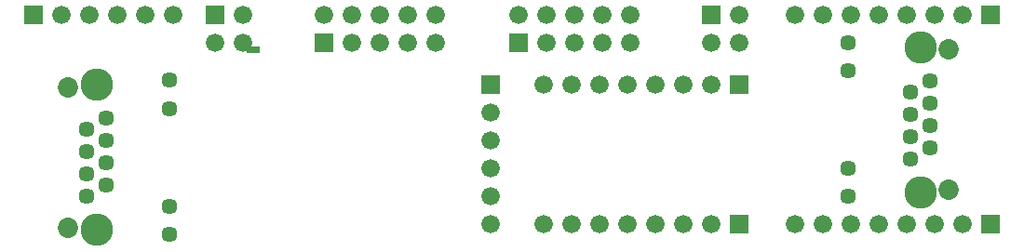
<source format=gbr>
G04 start of page 6 for group -4063 idx -4063 *
G04 Title: (unknown), componentmask *
G04 Creator: pcb 1.99z *
G04 CreationDate: Sat 29 Oct 2016 01:04:32 AM GMT UTC *
G04 For: commonadmin *
G04 Format: Gerber/RS-274X *
G04 PCB-Dimensions (mil): 4000.00 3000.00 *
G04 PCB-Coordinate-Origin: lower left *
%MOIN*%
%FSLAX25Y25*%
%LNTOPMASK*%
%ADD62C,0.0729*%
%ADD61C,0.1162*%
%ADD60C,0.0572*%
%ADD59C,0.0660*%
%ADD58C,0.0001*%
G54D58*G36*
X74200Y96331D02*Y89731D01*
X80800D01*
Y96331D01*
X74200D01*
G37*
G54D59*X77500Y83031D03*
X87500D03*
Y93031D03*
X32500D03*
X42500D03*
X52500D03*
X62500D03*
G54D58*G36*
X113200Y86331D02*Y79731D01*
X119800D01*
Y86331D01*
X113200D01*
G37*
G54D59*X116500Y93031D03*
X126500Y83031D03*
Y93031D03*
X136500Y83031D03*
Y93031D03*
X146500Y83031D03*
Y93031D03*
X156500Y83031D03*
Y93031D03*
G54D58*G36*
X261700Y21331D02*Y14731D01*
X268300D01*
Y21331D01*
X261700D01*
G37*
G54D59*X255000Y18031D03*
X245000D03*
X235000D03*
X225000D03*
X215000D03*
X205000D03*
X195000D03*
X176000D03*
G54D60*X60984Y24528D03*
Y14488D03*
G54D61*X35000Y16063D03*
G54D62*X24961Y16850D03*
G54D58*G36*
X9200Y96331D02*Y89731D01*
X15800D01*
Y96331D01*
X9200D01*
G37*
G54D59*X22500Y93031D03*
G54D60*X60984Y59567D03*
Y69606D03*
X38543Y56102D03*
X31457Y27992D03*
Y36024D03*
Y52087D03*
Y44055D03*
X38543Y48071D03*
Y32008D03*
Y40039D03*
G54D61*X35000Y68031D03*
G54D62*X24961Y67244D03*
G54D58*G36*
X261700Y71331D02*Y64731D01*
X268300D01*
Y71331D01*
X261700D01*
G37*
G54D59*X255000Y68031D03*
X245000D03*
X235000D03*
X225000D03*
X215000D03*
X205000D03*
X195000D03*
G54D58*G36*
X172700Y71331D02*Y64731D01*
X179300D01*
Y71331D01*
X172700D01*
G37*
G54D59*X176000Y58031D03*
Y48031D03*
Y38031D03*
Y28031D03*
G54D58*G36*
X251700Y96331D02*Y89731D01*
X258300D01*
Y96331D01*
X251700D01*
G37*
G54D59*X255000Y83031D03*
X265000D03*
Y93031D03*
G54D58*G36*
X182700Y86331D02*Y79731D01*
X189300D01*
Y86331D01*
X182700D01*
G37*
G54D59*X186000Y93031D03*
X196000Y83031D03*
Y93031D03*
X206000Y83031D03*
Y93031D03*
X216000Y83031D03*
X226000D03*
X216000Y93031D03*
X226000D03*
G54D58*G36*
X351700Y21331D02*Y14731D01*
X358300D01*
Y21331D01*
X351700D01*
G37*
G54D59*X345000Y18031D03*
X335000D03*
X325000D03*
G54D58*G36*
X351700Y96331D02*Y89731D01*
X358300D01*
Y96331D01*
X351700D01*
G37*
G54D59*X345000Y93031D03*
X335000D03*
X325000D03*
X315000D03*
X305000D03*
X295000D03*
X285000D03*
G54D60*X304016Y73051D03*
X326457Y65571D03*
X333543Y69587D03*
G54D61*X330000Y81516D03*
G54D62*X340039Y80728D03*
G54D60*X304016Y83091D03*
G54D59*X315000Y18031D03*
X305000D03*
G54D60*X304016Y38012D03*
Y27972D03*
G54D59*X295000Y18031D03*
X285000D03*
G54D60*X326457Y41476D03*
Y49508D03*
Y57539D03*
X333543Y61555D03*
Y45492D03*
Y53524D03*
G54D61*X330000Y29547D03*
G54D62*X340039Y30335D03*
G54D58*G36*
X91275Y81618D02*Y79444D01*
X93449D01*
Y81618D01*
X91275D01*
G37*
G36*
X88913D02*Y79444D01*
X91087D01*
Y81618D01*
X88913D01*
G37*
M02*

</source>
